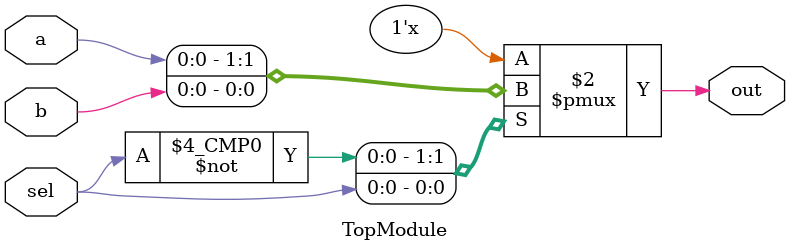
<source format=v>
module TopModule (
    input wire a,
    input wire b,
    input wire sel,
    output reg out
);

    // 2-to-1 Multiplexer using case statement
    always @(*) begin : blk_1
        case (sel)
            1'b0: out = a;
            1'b1: out = b;
            default: out = a;  // Default to a for safety
        endcase
    end

endmodule

</source>
